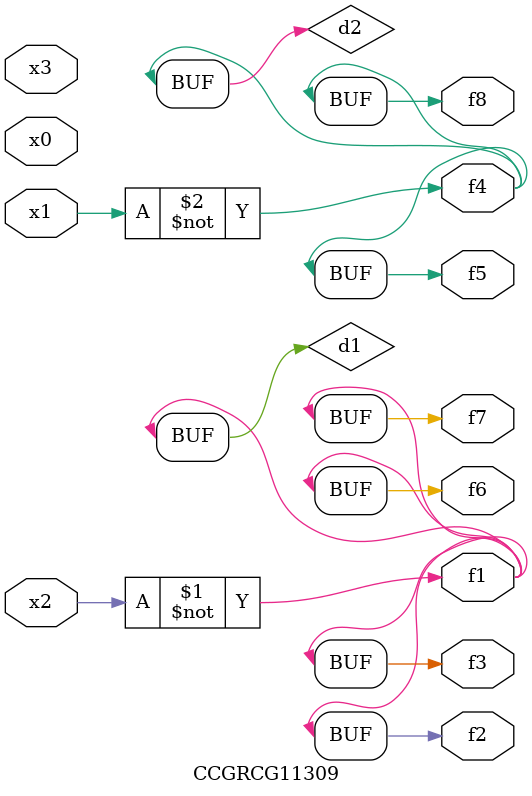
<source format=v>
module CCGRCG11309(
	input x0, x1, x2, x3,
	output f1, f2, f3, f4, f5, f6, f7, f8
);

	wire d1, d2;

	xnor (d1, x2);
	not (d2, x1);
	assign f1 = d1;
	assign f2 = d1;
	assign f3 = d1;
	assign f4 = d2;
	assign f5 = d2;
	assign f6 = d1;
	assign f7 = d1;
	assign f8 = d2;
endmodule

</source>
